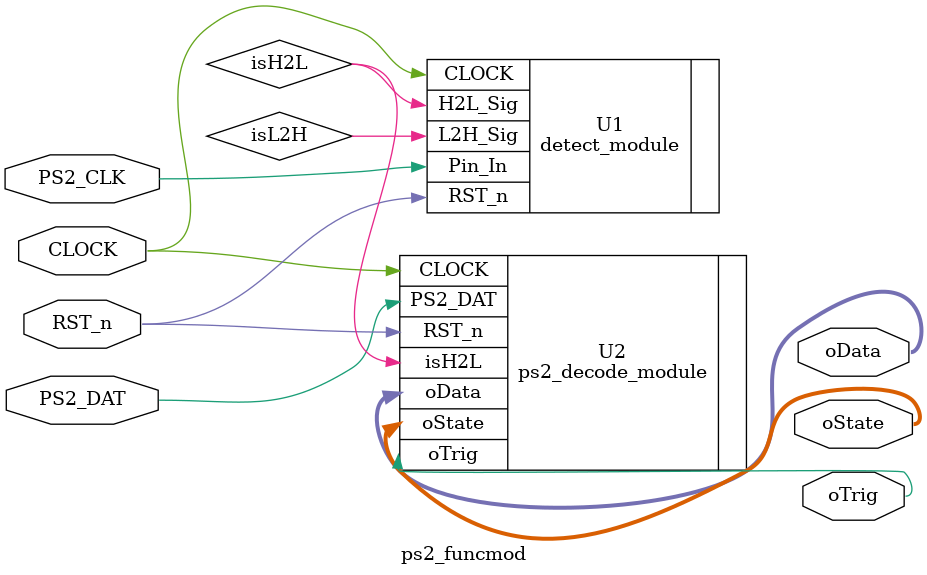
<source format=v>
module ps2_funcmod
(
    CLOCK, RST_n,
	PS2_CLK,PS2_DAT,
	oTrig,
	oState,
	oData
);
    input CLOCK, RST_n;
	input PS2_CLK,PS2_DAT;
	output oTrig;
	output [7:0]oData;
	output [5:0]oState;
    /******************************************/
    wire isH2L,isL2H;

    detect_module U1
	 (
	     .CLOCK( CLOCK ),
		  .RST_n( RST_n ),
		  .Pin_In( PS2_CLK ),    // input - from top
		  .H2L_Sig( isH2L ),   // output - to U2
		  .L2H_Sig( isL2H )    // output - to XX
	 );

    /******************************************/	
	ps2_decode_module U2
	(
		    .CLOCK( CLOCK ),
			.RST_n( RST_n ),
			.isH2L( isH2L ),
		    .PS2_DAT ( PS2_DAT ),    // input - from top
		    .oTrig ( oTrig ),        // output - to top
		    .oData ( oData ),         // output - to top
		    .oState( oState )        // output - to top
	);	 
	/******************************************/        

endmodule

</source>
